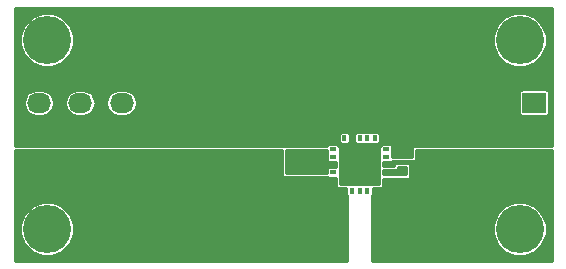
<source format=gbl>
G04 #@! TF.FileFunction,Copper,L2,Bot,Signal*
%FSLAX46Y46*%
G04 Gerber Fmt 4.6, Leading zero omitted, Abs format (unit mm)*
G04 Created by KiCad (PCBNEW (2016-03-20 BZR 6634, Git a4ba01f)-product) date 4/5/2016 10:18:16 AM*
%MOMM*%
G01*
G04 APERTURE LIST*
%ADD10C,0.100000*%
%ADD11R,2.032000X1.727200*%
%ADD12O,2.032000X1.727200*%
%ADD13R,0.750000X0.800000*%
%ADD14R,1.600000X1.000000*%
%ADD15R,1.250000X1.000000*%
%ADD16R,1.300000X0.700000*%
%ADD17R,0.900000X0.500000*%
%ADD18R,0.550000X0.400000*%
%ADD19R,0.400000X0.550000*%
%ADD20R,1.675000X1.675000*%
%ADD21R,2.430000X2.370000*%
%ADD22C,4.064000*%
%ADD23C,0.254000*%
G04 APERTURE END LIST*
D10*
D11*
X164200000Y-88300000D03*
D12*
X164200000Y-90840000D03*
X164200000Y-93380000D03*
D13*
X145800000Y-95050000D03*
X145800000Y-93550000D03*
D14*
X155100000Y-93900000D03*
X155100000Y-90900000D03*
D15*
X141500000Y-93425000D03*
X141500000Y-91425000D03*
X139400000Y-93425000D03*
X139400000Y-91425000D03*
X137300000Y-93425000D03*
X137300000Y-91425000D03*
X135200000Y-93425000D03*
X135200000Y-91425000D03*
X133100000Y-93425000D03*
X133100000Y-91425000D03*
D13*
X153100000Y-94050000D03*
X153100000Y-92550000D03*
D16*
X143900000Y-95750000D03*
X143900000Y-93850000D03*
D17*
X143800000Y-92550000D03*
X143800000Y-91050000D03*
D18*
X147200000Y-94850000D03*
X147200000Y-94200000D03*
X147200000Y-93550000D03*
X147200000Y-92900000D03*
X147200000Y-92250000D03*
D19*
X148150000Y-91300000D03*
X148800000Y-91300000D03*
X149450000Y-91300000D03*
X150100000Y-91300000D03*
X150750000Y-91300000D03*
D18*
X151700000Y-92250000D03*
X151700000Y-92900000D03*
X151700000Y-93550000D03*
X151700000Y-94200000D03*
X151700000Y-94850000D03*
D19*
X150750000Y-95800000D03*
X150100000Y-95800000D03*
X149450000Y-95800000D03*
X148800000Y-95800000D03*
X148150000Y-95800000D03*
D20*
X150287500Y-92712500D03*
X150287500Y-94387500D03*
X148612500Y-92712500D03*
X148612500Y-94387500D03*
D21*
X159000000Y-94220000D03*
X159000000Y-87980000D03*
D11*
X125800000Y-93400000D03*
D12*
X125800000Y-90860000D03*
X125800000Y-88320000D03*
D11*
X129300000Y-93400000D03*
D12*
X129300000Y-90860000D03*
X129300000Y-88320000D03*
D22*
X123000000Y-99000000D03*
X123000000Y-83000000D03*
X163000000Y-99000000D03*
X163000000Y-83000000D03*
D11*
X122300000Y-93400000D03*
D12*
X122300000Y-90860000D03*
X122300000Y-88320000D03*
D23*
G36*
X165718000Y-91973000D02*
X154000000Y-91973000D01*
X153951399Y-91982667D01*
X153910197Y-92010197D01*
X153882667Y-92051399D01*
X153873000Y-92100000D01*
X153873000Y-92873000D01*
X152237034Y-92873000D01*
X152237034Y-92700000D01*
X152227000Y-92649555D01*
X152227000Y-92500445D01*
X152237034Y-92450000D01*
X152237034Y-92050000D01*
X152217088Y-91949724D01*
X152160286Y-91864714D01*
X152075276Y-91807912D01*
X151975000Y-91787966D01*
X151425000Y-91787966D01*
X151324724Y-91807912D01*
X151239714Y-91864714D01*
X151182912Y-91949724D01*
X151177387Y-91977498D01*
X151151399Y-91982667D01*
X151110197Y-92010197D01*
X151082667Y-92051399D01*
X151073000Y-92100000D01*
X151073000Y-95173000D01*
X147827000Y-95173000D01*
X147827000Y-92100000D01*
X147817333Y-92051399D01*
X147789803Y-92010197D01*
X147748601Y-91982667D01*
X147722613Y-91977498D01*
X147717088Y-91949724D01*
X147660286Y-91864714D01*
X147575276Y-91807912D01*
X147475000Y-91787966D01*
X146925000Y-91787966D01*
X146824724Y-91807912D01*
X146739714Y-91864714D01*
X146682912Y-91949724D01*
X146678282Y-91973000D01*
X120282000Y-91973000D01*
X120282000Y-91025000D01*
X147687966Y-91025000D01*
X147687966Y-91575000D01*
X147707912Y-91675276D01*
X147764714Y-91760286D01*
X147849724Y-91817088D01*
X147950000Y-91837034D01*
X148350000Y-91837034D01*
X148450276Y-91817088D01*
X148535286Y-91760286D01*
X148592088Y-91675276D01*
X148612034Y-91575000D01*
X148612034Y-91025000D01*
X148987966Y-91025000D01*
X148987966Y-91575000D01*
X149007912Y-91675276D01*
X149064714Y-91760286D01*
X149149724Y-91817088D01*
X149250000Y-91837034D01*
X149650000Y-91837034D01*
X149750276Y-91817088D01*
X149775000Y-91800568D01*
X149799724Y-91817088D01*
X149900000Y-91837034D01*
X150300000Y-91837034D01*
X150400276Y-91817088D01*
X150425000Y-91800568D01*
X150449724Y-91817088D01*
X150550000Y-91837034D01*
X150950000Y-91837034D01*
X151050276Y-91817088D01*
X151135286Y-91760286D01*
X151192088Y-91675276D01*
X151212034Y-91575000D01*
X151212034Y-91025000D01*
X151192088Y-90924724D01*
X151135286Y-90839714D01*
X151050276Y-90782912D01*
X150950000Y-90762966D01*
X150550000Y-90762966D01*
X150449724Y-90782912D01*
X150425000Y-90799432D01*
X150400276Y-90782912D01*
X150300000Y-90762966D01*
X149900000Y-90762966D01*
X149799724Y-90782912D01*
X149775000Y-90799432D01*
X149750276Y-90782912D01*
X149650000Y-90762966D01*
X149250000Y-90762966D01*
X149149724Y-90782912D01*
X149064714Y-90839714D01*
X149007912Y-90924724D01*
X148987966Y-91025000D01*
X148612034Y-91025000D01*
X148592088Y-90924724D01*
X148535286Y-90839714D01*
X148450276Y-90782912D01*
X148350000Y-90762966D01*
X147950000Y-90762966D01*
X147849724Y-90782912D01*
X147764714Y-90839714D01*
X147707912Y-90924724D01*
X147687966Y-91025000D01*
X120282000Y-91025000D01*
X120282000Y-88320000D01*
X121002060Y-88320000D01*
X121087361Y-88748835D01*
X121330276Y-89112384D01*
X121693825Y-89355299D01*
X122122660Y-89440600D01*
X122477340Y-89440600D01*
X122906175Y-89355299D01*
X123269724Y-89112384D01*
X123512639Y-88748835D01*
X123597940Y-88320000D01*
X124502060Y-88320000D01*
X124587361Y-88748835D01*
X124830276Y-89112384D01*
X125193825Y-89355299D01*
X125622660Y-89440600D01*
X125977340Y-89440600D01*
X126406175Y-89355299D01*
X126769724Y-89112384D01*
X127012639Y-88748835D01*
X127097940Y-88320000D01*
X128002060Y-88320000D01*
X128087361Y-88748835D01*
X128330276Y-89112384D01*
X128693825Y-89355299D01*
X129122660Y-89440600D01*
X129477340Y-89440600D01*
X129906175Y-89355299D01*
X130269724Y-89112384D01*
X130512639Y-88748835D01*
X130597940Y-88320000D01*
X130512639Y-87891165D01*
X130269724Y-87527616D01*
X130133210Y-87436400D01*
X162921966Y-87436400D01*
X162921966Y-89163600D01*
X162941912Y-89263876D01*
X162998714Y-89348886D01*
X163083724Y-89405688D01*
X163184000Y-89425634D01*
X165216000Y-89425634D01*
X165316276Y-89405688D01*
X165401286Y-89348886D01*
X165458088Y-89263876D01*
X165478034Y-89163600D01*
X165478034Y-87436400D01*
X165458088Y-87336124D01*
X165401286Y-87251114D01*
X165316276Y-87194312D01*
X165216000Y-87174366D01*
X163184000Y-87174366D01*
X163083724Y-87194312D01*
X162998714Y-87251114D01*
X162941912Y-87336124D01*
X162921966Y-87436400D01*
X130133210Y-87436400D01*
X129906175Y-87284701D01*
X129477340Y-87199400D01*
X129122660Y-87199400D01*
X128693825Y-87284701D01*
X128330276Y-87527616D01*
X128087361Y-87891165D01*
X128002060Y-88320000D01*
X127097940Y-88320000D01*
X127012639Y-87891165D01*
X126769724Y-87527616D01*
X126406175Y-87284701D01*
X125977340Y-87199400D01*
X125622660Y-87199400D01*
X125193825Y-87284701D01*
X124830276Y-87527616D01*
X124587361Y-87891165D01*
X124502060Y-88320000D01*
X123597940Y-88320000D01*
X123512639Y-87891165D01*
X123269724Y-87527616D01*
X122906175Y-87284701D01*
X122477340Y-87199400D01*
X122122660Y-87199400D01*
X121693825Y-87284701D01*
X121330276Y-87527616D01*
X121087361Y-87891165D01*
X121002060Y-88320000D01*
X120282000Y-88320000D01*
X120282000Y-83453313D01*
X120710604Y-83453313D01*
X121058349Y-84294920D01*
X121701693Y-84939388D01*
X122542692Y-85288602D01*
X123453313Y-85289396D01*
X124294920Y-84941651D01*
X124939388Y-84298307D01*
X125288602Y-83457308D01*
X125288605Y-83453313D01*
X160710604Y-83453313D01*
X161058349Y-84294920D01*
X161701693Y-84939388D01*
X162542692Y-85288602D01*
X163453313Y-85289396D01*
X164294920Y-84941651D01*
X164939388Y-84298307D01*
X165288602Y-83457308D01*
X165289396Y-82546687D01*
X164941651Y-81705080D01*
X164298307Y-81060612D01*
X163457308Y-80711398D01*
X162546687Y-80710604D01*
X161705080Y-81058349D01*
X161060612Y-81701693D01*
X160711398Y-82542692D01*
X160710604Y-83453313D01*
X125288605Y-83453313D01*
X125289396Y-82546687D01*
X124941651Y-81705080D01*
X124298307Y-81060612D01*
X123457308Y-80711398D01*
X122546687Y-80710604D01*
X121705080Y-81058349D01*
X121060612Y-81701693D01*
X120711398Y-82542692D01*
X120710604Y-83453313D01*
X120282000Y-83453313D01*
X120282000Y-80282000D01*
X165718000Y-80282000D01*
X165718000Y-91973000D01*
X165718000Y-91973000D01*
G37*
X165718000Y-91973000D02*
X154000000Y-91973000D01*
X153951399Y-91982667D01*
X153910197Y-92010197D01*
X153882667Y-92051399D01*
X153873000Y-92100000D01*
X153873000Y-92873000D01*
X152237034Y-92873000D01*
X152237034Y-92700000D01*
X152227000Y-92649555D01*
X152227000Y-92500445D01*
X152237034Y-92450000D01*
X152237034Y-92050000D01*
X152217088Y-91949724D01*
X152160286Y-91864714D01*
X152075276Y-91807912D01*
X151975000Y-91787966D01*
X151425000Y-91787966D01*
X151324724Y-91807912D01*
X151239714Y-91864714D01*
X151182912Y-91949724D01*
X151177387Y-91977498D01*
X151151399Y-91982667D01*
X151110197Y-92010197D01*
X151082667Y-92051399D01*
X151073000Y-92100000D01*
X151073000Y-95173000D01*
X147827000Y-95173000D01*
X147827000Y-92100000D01*
X147817333Y-92051399D01*
X147789803Y-92010197D01*
X147748601Y-91982667D01*
X147722613Y-91977498D01*
X147717088Y-91949724D01*
X147660286Y-91864714D01*
X147575276Y-91807912D01*
X147475000Y-91787966D01*
X146925000Y-91787966D01*
X146824724Y-91807912D01*
X146739714Y-91864714D01*
X146682912Y-91949724D01*
X146678282Y-91973000D01*
X120282000Y-91973000D01*
X120282000Y-91025000D01*
X147687966Y-91025000D01*
X147687966Y-91575000D01*
X147707912Y-91675276D01*
X147764714Y-91760286D01*
X147849724Y-91817088D01*
X147950000Y-91837034D01*
X148350000Y-91837034D01*
X148450276Y-91817088D01*
X148535286Y-91760286D01*
X148592088Y-91675276D01*
X148612034Y-91575000D01*
X148612034Y-91025000D01*
X148987966Y-91025000D01*
X148987966Y-91575000D01*
X149007912Y-91675276D01*
X149064714Y-91760286D01*
X149149724Y-91817088D01*
X149250000Y-91837034D01*
X149650000Y-91837034D01*
X149750276Y-91817088D01*
X149775000Y-91800568D01*
X149799724Y-91817088D01*
X149900000Y-91837034D01*
X150300000Y-91837034D01*
X150400276Y-91817088D01*
X150425000Y-91800568D01*
X150449724Y-91817088D01*
X150550000Y-91837034D01*
X150950000Y-91837034D01*
X151050276Y-91817088D01*
X151135286Y-91760286D01*
X151192088Y-91675276D01*
X151212034Y-91575000D01*
X151212034Y-91025000D01*
X151192088Y-90924724D01*
X151135286Y-90839714D01*
X151050276Y-90782912D01*
X150950000Y-90762966D01*
X150550000Y-90762966D01*
X150449724Y-90782912D01*
X150425000Y-90799432D01*
X150400276Y-90782912D01*
X150300000Y-90762966D01*
X149900000Y-90762966D01*
X149799724Y-90782912D01*
X149775000Y-90799432D01*
X149750276Y-90782912D01*
X149650000Y-90762966D01*
X149250000Y-90762966D01*
X149149724Y-90782912D01*
X149064714Y-90839714D01*
X149007912Y-90924724D01*
X148987966Y-91025000D01*
X148612034Y-91025000D01*
X148592088Y-90924724D01*
X148535286Y-90839714D01*
X148450276Y-90782912D01*
X148350000Y-90762966D01*
X147950000Y-90762966D01*
X147849724Y-90782912D01*
X147764714Y-90839714D01*
X147707912Y-90924724D01*
X147687966Y-91025000D01*
X120282000Y-91025000D01*
X120282000Y-88320000D01*
X121002060Y-88320000D01*
X121087361Y-88748835D01*
X121330276Y-89112384D01*
X121693825Y-89355299D01*
X122122660Y-89440600D01*
X122477340Y-89440600D01*
X122906175Y-89355299D01*
X123269724Y-89112384D01*
X123512639Y-88748835D01*
X123597940Y-88320000D01*
X124502060Y-88320000D01*
X124587361Y-88748835D01*
X124830276Y-89112384D01*
X125193825Y-89355299D01*
X125622660Y-89440600D01*
X125977340Y-89440600D01*
X126406175Y-89355299D01*
X126769724Y-89112384D01*
X127012639Y-88748835D01*
X127097940Y-88320000D01*
X128002060Y-88320000D01*
X128087361Y-88748835D01*
X128330276Y-89112384D01*
X128693825Y-89355299D01*
X129122660Y-89440600D01*
X129477340Y-89440600D01*
X129906175Y-89355299D01*
X130269724Y-89112384D01*
X130512639Y-88748835D01*
X130597940Y-88320000D01*
X130512639Y-87891165D01*
X130269724Y-87527616D01*
X130133210Y-87436400D01*
X162921966Y-87436400D01*
X162921966Y-89163600D01*
X162941912Y-89263876D01*
X162998714Y-89348886D01*
X163083724Y-89405688D01*
X163184000Y-89425634D01*
X165216000Y-89425634D01*
X165316276Y-89405688D01*
X165401286Y-89348886D01*
X165458088Y-89263876D01*
X165478034Y-89163600D01*
X165478034Y-87436400D01*
X165458088Y-87336124D01*
X165401286Y-87251114D01*
X165316276Y-87194312D01*
X165216000Y-87174366D01*
X163184000Y-87174366D01*
X163083724Y-87194312D01*
X162998714Y-87251114D01*
X162941912Y-87336124D01*
X162921966Y-87436400D01*
X130133210Y-87436400D01*
X129906175Y-87284701D01*
X129477340Y-87199400D01*
X129122660Y-87199400D01*
X128693825Y-87284701D01*
X128330276Y-87527616D01*
X128087361Y-87891165D01*
X128002060Y-88320000D01*
X127097940Y-88320000D01*
X127012639Y-87891165D01*
X126769724Y-87527616D01*
X126406175Y-87284701D01*
X125977340Y-87199400D01*
X125622660Y-87199400D01*
X125193825Y-87284701D01*
X124830276Y-87527616D01*
X124587361Y-87891165D01*
X124502060Y-88320000D01*
X123597940Y-88320000D01*
X123512639Y-87891165D01*
X123269724Y-87527616D01*
X122906175Y-87284701D01*
X122477340Y-87199400D01*
X122122660Y-87199400D01*
X121693825Y-87284701D01*
X121330276Y-87527616D01*
X121087361Y-87891165D01*
X121002060Y-88320000D01*
X120282000Y-88320000D01*
X120282000Y-83453313D01*
X120710604Y-83453313D01*
X121058349Y-84294920D01*
X121701693Y-84939388D01*
X122542692Y-85288602D01*
X123453313Y-85289396D01*
X124294920Y-84941651D01*
X124939388Y-84298307D01*
X125288602Y-83457308D01*
X125288605Y-83453313D01*
X160710604Y-83453313D01*
X161058349Y-84294920D01*
X161701693Y-84939388D01*
X162542692Y-85288602D01*
X163453313Y-85289396D01*
X164294920Y-84941651D01*
X164939388Y-84298307D01*
X165288602Y-83457308D01*
X165289396Y-82546687D01*
X164941651Y-81705080D01*
X164298307Y-81060612D01*
X163457308Y-80711398D01*
X162546687Y-80710604D01*
X161705080Y-81058349D01*
X161060612Y-81701693D01*
X160711398Y-82542692D01*
X160710604Y-83453313D01*
X125288605Y-83453313D01*
X125289396Y-82546687D01*
X124941651Y-81705080D01*
X124298307Y-81060612D01*
X123457308Y-80711398D01*
X122546687Y-80710604D01*
X121705080Y-81058349D01*
X121060612Y-81701693D01*
X120711398Y-82542692D01*
X120710604Y-83453313D01*
X120282000Y-83453313D01*
X120282000Y-80282000D01*
X165718000Y-80282000D01*
X165718000Y-91973000D01*
G36*
X146662966Y-92450000D02*
X146673000Y-92500445D01*
X146673000Y-92649555D01*
X146662966Y-92700000D01*
X146662966Y-93100000D01*
X146673000Y-93150445D01*
X146673000Y-93200000D01*
X146682667Y-93248601D01*
X146710197Y-93289803D01*
X146751399Y-93317333D01*
X146800000Y-93327000D01*
X146802143Y-93327000D01*
X146824724Y-93342088D01*
X146925000Y-93362034D01*
X147473000Y-93362034D01*
X147473000Y-93737966D01*
X146925000Y-93737966D01*
X146824724Y-93757912D01*
X146802143Y-93773000D01*
X146800000Y-93773000D01*
X146751399Y-93782667D01*
X146710197Y-93810197D01*
X146682667Y-93851399D01*
X146673000Y-93900000D01*
X146673000Y-93949555D01*
X146662966Y-94000000D01*
X146662966Y-94273000D01*
X143227000Y-94273000D01*
X143227000Y-92327000D01*
X146662966Y-92327000D01*
X146662966Y-92450000D01*
X146662966Y-92450000D01*
G37*
X146662966Y-92450000D02*
X146673000Y-92500445D01*
X146673000Y-92649555D01*
X146662966Y-92700000D01*
X146662966Y-93100000D01*
X146673000Y-93150445D01*
X146673000Y-93200000D01*
X146682667Y-93248601D01*
X146710197Y-93289803D01*
X146751399Y-93317333D01*
X146800000Y-93327000D01*
X146802143Y-93327000D01*
X146824724Y-93342088D01*
X146925000Y-93362034D01*
X147473000Y-93362034D01*
X147473000Y-93737966D01*
X146925000Y-93737966D01*
X146824724Y-93757912D01*
X146802143Y-93773000D01*
X146800000Y-93773000D01*
X146751399Y-93782667D01*
X146710197Y-93810197D01*
X146682667Y-93851399D01*
X146673000Y-93900000D01*
X146673000Y-93949555D01*
X146662966Y-94000000D01*
X146662966Y-94273000D01*
X143227000Y-94273000D01*
X143227000Y-92327000D01*
X146662966Y-92327000D01*
X146662966Y-92450000D01*
G36*
X142873000Y-94500000D02*
X142882667Y-94548601D01*
X142910197Y-94589803D01*
X142951399Y-94617333D01*
X143000000Y-94627000D01*
X146802143Y-94627000D01*
X146824724Y-94642088D01*
X146925000Y-94662034D01*
X147473000Y-94662034D01*
X147473000Y-95400000D01*
X147482667Y-95448601D01*
X147510197Y-95489803D01*
X147551399Y-95517333D01*
X147600000Y-95527000D01*
X148337966Y-95527000D01*
X148337966Y-96075000D01*
X148357912Y-96175276D01*
X148373000Y-96197857D01*
X148373000Y-101718000D01*
X120282000Y-101718000D01*
X120282000Y-99453313D01*
X120710604Y-99453313D01*
X121058349Y-100294920D01*
X121701693Y-100939388D01*
X122542692Y-101288602D01*
X123453313Y-101289396D01*
X124294920Y-100941651D01*
X124939388Y-100298307D01*
X125288602Y-99457308D01*
X125289396Y-98546687D01*
X124941651Y-97705080D01*
X124298307Y-97060612D01*
X123457308Y-96711398D01*
X122546687Y-96710604D01*
X121705080Y-97058349D01*
X121060612Y-97701693D01*
X120711398Y-98542692D01*
X120710604Y-99453313D01*
X120282000Y-99453313D01*
X120282000Y-92327000D01*
X142873000Y-92327000D01*
X142873000Y-94500000D01*
X142873000Y-94500000D01*
G37*
X142873000Y-94500000D02*
X142882667Y-94548601D01*
X142910197Y-94589803D01*
X142951399Y-94617333D01*
X143000000Y-94627000D01*
X146802143Y-94627000D01*
X146824724Y-94642088D01*
X146925000Y-94662034D01*
X147473000Y-94662034D01*
X147473000Y-95400000D01*
X147482667Y-95448601D01*
X147510197Y-95489803D01*
X147551399Y-95517333D01*
X147600000Y-95527000D01*
X148337966Y-95527000D01*
X148337966Y-96075000D01*
X148357912Y-96175276D01*
X148373000Y-96197857D01*
X148373000Y-101718000D01*
X120282000Y-101718000D01*
X120282000Y-99453313D01*
X120710604Y-99453313D01*
X121058349Y-100294920D01*
X121701693Y-100939388D01*
X122542692Y-101288602D01*
X123453313Y-101289396D01*
X124294920Y-100941651D01*
X124939388Y-100298307D01*
X125288602Y-99457308D01*
X125289396Y-98546687D01*
X124941651Y-97705080D01*
X124298307Y-97060612D01*
X123457308Y-96711398D01*
X122546687Y-96710604D01*
X121705080Y-97058349D01*
X121060612Y-97701693D01*
X120711398Y-98542692D01*
X120710604Y-99453313D01*
X120282000Y-99453313D01*
X120282000Y-92327000D01*
X142873000Y-92327000D01*
X142873000Y-94500000D01*
G36*
X165718000Y-101718000D02*
X150527000Y-101718000D01*
X150527000Y-99453313D01*
X160710604Y-99453313D01*
X161058349Y-100294920D01*
X161701693Y-100939388D01*
X162542692Y-101288602D01*
X163453313Y-101289396D01*
X164294920Y-100941651D01*
X164939388Y-100298307D01*
X165288602Y-99457308D01*
X165289396Y-98546687D01*
X164941651Y-97705080D01*
X164298307Y-97060612D01*
X163457308Y-96711398D01*
X162546687Y-96710604D01*
X161705080Y-97058349D01*
X161060612Y-97701693D01*
X160711398Y-98542692D01*
X160710604Y-99453313D01*
X150527000Y-99453313D01*
X150527000Y-96197857D01*
X150542088Y-96175276D01*
X150562034Y-96075000D01*
X150562034Y-95527000D01*
X151300000Y-95527000D01*
X151348601Y-95517333D01*
X151389803Y-95489803D01*
X151417333Y-95448601D01*
X151427000Y-95400000D01*
X151427000Y-94727000D01*
X153600000Y-94727000D01*
X153648601Y-94717333D01*
X153689803Y-94689803D01*
X153717333Y-94648601D01*
X153727000Y-94600000D01*
X153727000Y-94500445D01*
X153737034Y-94450000D01*
X153737034Y-93650000D01*
X153727000Y-93599555D01*
X153727000Y-93500000D01*
X153717333Y-93451399D01*
X153689803Y-93410197D01*
X153648601Y-93382667D01*
X153600000Y-93373000D01*
X152500000Y-93373000D01*
X152451399Y-93382667D01*
X152410197Y-93410197D01*
X152382667Y-93451399D01*
X152373000Y-93500000D01*
X152373000Y-93673000D01*
X151427000Y-93673000D01*
X151427000Y-93362034D01*
X151975000Y-93362034D01*
X152075276Y-93342088D01*
X152097857Y-93327000D01*
X152100000Y-93327000D01*
X152148601Y-93317333D01*
X152189803Y-93289803D01*
X152217333Y-93248601D01*
X152221630Y-93227000D01*
X154100000Y-93227000D01*
X154148601Y-93217333D01*
X154189803Y-93189803D01*
X154217333Y-93148601D01*
X154227000Y-93100000D01*
X154227000Y-92327000D01*
X165718000Y-92327000D01*
X165718000Y-101718000D01*
X165718000Y-101718000D01*
G37*
X165718000Y-101718000D02*
X150527000Y-101718000D01*
X150527000Y-99453313D01*
X160710604Y-99453313D01*
X161058349Y-100294920D01*
X161701693Y-100939388D01*
X162542692Y-101288602D01*
X163453313Y-101289396D01*
X164294920Y-100941651D01*
X164939388Y-100298307D01*
X165288602Y-99457308D01*
X165289396Y-98546687D01*
X164941651Y-97705080D01*
X164298307Y-97060612D01*
X163457308Y-96711398D01*
X162546687Y-96710604D01*
X161705080Y-97058349D01*
X161060612Y-97701693D01*
X160711398Y-98542692D01*
X160710604Y-99453313D01*
X150527000Y-99453313D01*
X150527000Y-96197857D01*
X150542088Y-96175276D01*
X150562034Y-96075000D01*
X150562034Y-95527000D01*
X151300000Y-95527000D01*
X151348601Y-95517333D01*
X151389803Y-95489803D01*
X151417333Y-95448601D01*
X151427000Y-95400000D01*
X151427000Y-94727000D01*
X153600000Y-94727000D01*
X153648601Y-94717333D01*
X153689803Y-94689803D01*
X153717333Y-94648601D01*
X153727000Y-94600000D01*
X153727000Y-94500445D01*
X153737034Y-94450000D01*
X153737034Y-93650000D01*
X153727000Y-93599555D01*
X153727000Y-93500000D01*
X153717333Y-93451399D01*
X153689803Y-93410197D01*
X153648601Y-93382667D01*
X153600000Y-93373000D01*
X152500000Y-93373000D01*
X152451399Y-93382667D01*
X152410197Y-93410197D01*
X152382667Y-93451399D01*
X152373000Y-93500000D01*
X152373000Y-93673000D01*
X151427000Y-93673000D01*
X151427000Y-93362034D01*
X151975000Y-93362034D01*
X152075276Y-93342088D01*
X152097857Y-93327000D01*
X152100000Y-93327000D01*
X152148601Y-93317333D01*
X152189803Y-93289803D01*
X152217333Y-93248601D01*
X152221630Y-93227000D01*
X154100000Y-93227000D01*
X154148601Y-93217333D01*
X154189803Y-93189803D01*
X154217333Y-93148601D01*
X154227000Y-93100000D01*
X154227000Y-92327000D01*
X165718000Y-92327000D01*
X165718000Y-101718000D01*
G36*
X153373000Y-94373000D02*
X151427000Y-94373000D01*
X151427000Y-94027000D01*
X152600000Y-94027000D01*
X152648601Y-94017333D01*
X152689803Y-93989803D01*
X152717333Y-93948601D01*
X152727000Y-93900000D01*
X152727000Y-93727000D01*
X153373000Y-93727000D01*
X153373000Y-94373000D01*
X153373000Y-94373000D01*
G37*
X153373000Y-94373000D02*
X151427000Y-94373000D01*
X151427000Y-94027000D01*
X152600000Y-94027000D01*
X152648601Y-94017333D01*
X152689803Y-93989803D01*
X152717333Y-93948601D01*
X152727000Y-93900000D01*
X152727000Y-93727000D01*
X153373000Y-93727000D01*
X153373000Y-94373000D01*
M02*

</source>
